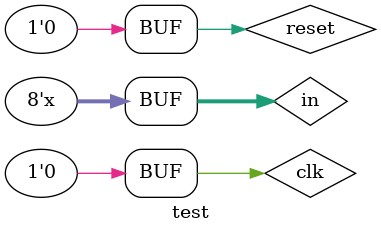
<source format=sv>
`timescale 1ns / 1ps
module test();

    logic clk;
    logic reset;
    logic [7:0] in,out;
    
    flopenr F(clk,reset,0,in,out);
    
    initial
        begin
            in<=0;
            reset<=1;#22;reset<=0;#18 in<=8'bzzzzzzzz;
        end
        
    always
    begin
        clk<=1;#5;clk<=0;#5;
    end
endmodule
</source>
